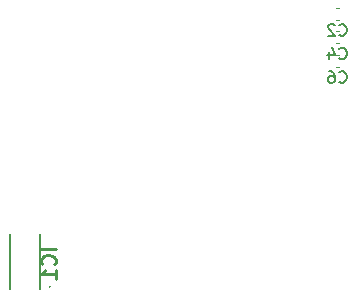
<source format=gbr>
%TF.GenerationSoftware,KiCad,Pcbnew,(6.0.4)*%
%TF.CreationDate,2022-04-19T23:51:48-04:00*%
%TF.ProjectId,Light_Sensor_schematic,4c696768-745f-4536-956e-736f725f7363,rev?*%
%TF.SameCoordinates,Original*%
%TF.FileFunction,Legend,Bot*%
%TF.FilePolarity,Positive*%
%FSLAX46Y46*%
G04 Gerber Fmt 4.6, Leading zero omitted, Abs format (unit mm)*
G04 Created by KiCad (PCBNEW (6.0.4)) date 2022-04-19 23:51:48*
%MOMM*%
%LPD*%
G01*
G04 APERTURE LIST*
%ADD10C,0.150000*%
%ADD11C,0.254000*%
%ADD12C,0.120000*%
%ADD13C,0.200000*%
G04 APERTURE END LIST*
D10*
%TO.C,C2*%
X137304166Y-88787142D02*
X137351785Y-88834761D01*
X137494642Y-88882380D01*
X137589880Y-88882380D01*
X137732738Y-88834761D01*
X137827976Y-88739523D01*
X137875595Y-88644285D01*
X137923214Y-88453809D01*
X137923214Y-88310952D01*
X137875595Y-88120476D01*
X137827976Y-88025238D01*
X137732738Y-87930000D01*
X137589880Y-87882380D01*
X137494642Y-87882380D01*
X137351785Y-87930000D01*
X137304166Y-87977619D01*
X136923214Y-87977619D02*
X136875595Y-87930000D01*
X136780357Y-87882380D01*
X136542261Y-87882380D01*
X136447023Y-87930000D01*
X136399404Y-87977619D01*
X136351785Y-88072857D01*
X136351785Y-88168095D01*
X136399404Y-88310952D01*
X136970833Y-88882380D01*
X136351785Y-88882380D01*
%TO.C,C4*%
X137304166Y-90787142D02*
X137351785Y-90834761D01*
X137494642Y-90882380D01*
X137589880Y-90882380D01*
X137732738Y-90834761D01*
X137827976Y-90739523D01*
X137875595Y-90644285D01*
X137923214Y-90453809D01*
X137923214Y-90310952D01*
X137875595Y-90120476D01*
X137827976Y-90025238D01*
X137732738Y-89930000D01*
X137589880Y-89882380D01*
X137494642Y-89882380D01*
X137351785Y-89930000D01*
X137304166Y-89977619D01*
X136447023Y-90215714D02*
X136447023Y-90882380D01*
X136685119Y-89834761D02*
X136923214Y-90549047D01*
X136304166Y-90549047D01*
%TO.C,C6*%
X137304166Y-92787142D02*
X137351785Y-92834761D01*
X137494642Y-92882380D01*
X137589880Y-92882380D01*
X137732738Y-92834761D01*
X137827976Y-92739523D01*
X137875595Y-92644285D01*
X137923214Y-92453809D01*
X137923214Y-92310952D01*
X137875595Y-92120476D01*
X137827976Y-92025238D01*
X137732738Y-91930000D01*
X137589880Y-91882380D01*
X137494642Y-91882380D01*
X137351785Y-91930000D01*
X137304166Y-91977619D01*
X136447023Y-91882380D02*
X136637500Y-91882380D01*
X136732738Y-91930000D01*
X136780357Y-91977619D01*
X136875595Y-92120476D01*
X136923214Y-92310952D01*
X136923214Y-92691904D01*
X136875595Y-92787142D01*
X136827976Y-92834761D01*
X136732738Y-92882380D01*
X136542261Y-92882380D01*
X136447023Y-92834761D01*
X136399404Y-92787142D01*
X136351785Y-92691904D01*
X136351785Y-92453809D01*
X136399404Y-92358571D01*
X136447023Y-92310952D01*
X136542261Y-92263333D01*
X136732738Y-92263333D01*
X136827976Y-92310952D01*
X136875595Y-92358571D01*
X136923214Y-92453809D01*
D11*
%TO.C,IC1*%
X113305523Y-106911238D02*
X112035523Y-106911238D01*
X113184571Y-108241714D02*
X113245047Y-108181238D01*
X113305523Y-107999809D01*
X113305523Y-107878857D01*
X113245047Y-107697428D01*
X113124095Y-107576476D01*
X113003142Y-107516000D01*
X112761238Y-107455523D01*
X112579809Y-107455523D01*
X112337904Y-107516000D01*
X112216952Y-107576476D01*
X112096000Y-107697428D01*
X112035523Y-107878857D01*
X112035523Y-107999809D01*
X112096000Y-108181238D01*
X112156476Y-108241714D01*
X113305523Y-109451238D02*
X113305523Y-108725523D01*
X113305523Y-109088380D02*
X112035523Y-109088380D01*
X112216952Y-108967428D01*
X112337904Y-108846476D01*
X112398380Y-108725523D01*
D12*
%TO.C,C2*%
X136991233Y-86490000D02*
X137283767Y-86490000D01*
X136991233Y-87510000D02*
X137283767Y-87510000D01*
%TO.C,C4*%
X136991233Y-88490000D02*
X137283767Y-88490000D01*
X136991233Y-89510000D02*
X137283767Y-89510000D01*
%TO.C,C6*%
X136991233Y-91510000D02*
X137283767Y-91510000D01*
X136991233Y-90490000D02*
X137283767Y-90490000D01*
D13*
%TO.C,IC1*%
X109400000Y-105700000D02*
X109400000Y-110300000D01*
X112000000Y-110300000D02*
X112000000Y-105700000D01*
X112816870Y-110149000D02*
G75*
G03*
X112816870Y-110149000I-46870J0D01*
G01*
%TD*%
M02*

</source>
